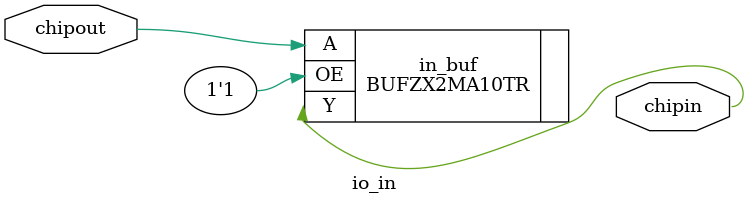
<source format=sv>
module io_in (
    input   wire    chipout,
    output  wire    chipin
);

BUFZX2MA10TR in_buf ( .A(chipout), .OE(1'b1), .Y(chipin) );

endmodule
</source>
